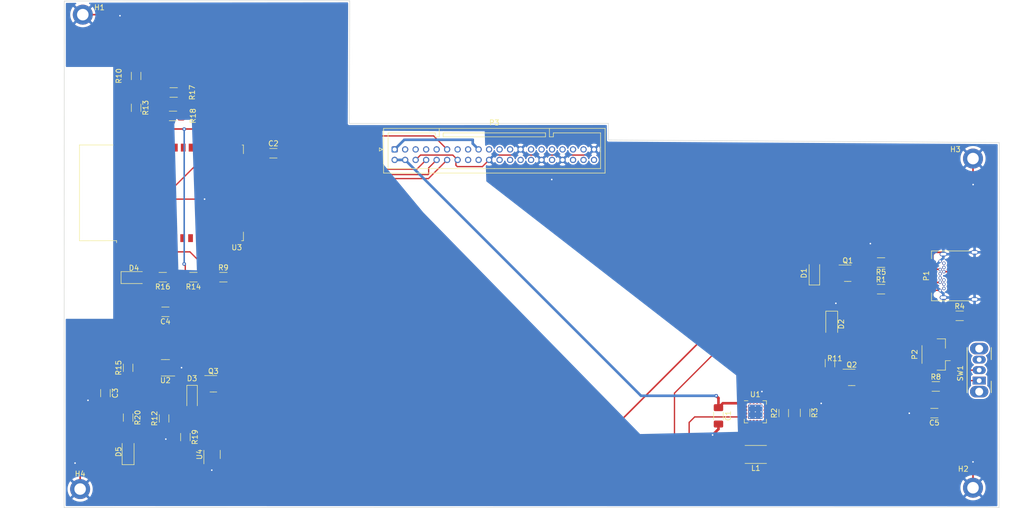
<source format=kicad_pcb>
(kicad_pcb (version 20211014) (generator pcbnew)
  (title_block (title "r00tkit pcb") (date "2023-05-04") (rev "3"))
  (layers (0 "F.Cu" signal) (1 "In1.Cu" power) (2 "In2.Cu" power) (31 "B.Cu" power) (34 "B.Paste" user) (35 "F.Paste" user) (36 "B.SilkS" user "B.Silkscreen") (37 "F.SilkS" user "F.Silkscreen") (38 "B.Mask" user) (39 "F.Mask" user) (44 "Edge.Cuts" user))
  (net 0 "")
  (net 1 "+5V")
  (net 2 "GND")
  (net 3 "+3.3V")
  (net 4 "+BATT")
  (net 5 "/TPS_VIN")
  (net 6 "VBUS")
  (net 7 "Net-(D2-Pad2)")
  (net 8 "/AP_VIN")
  (net 9 "Net-(D4-Pad2)")
  (net 10 "/MCP_STAT")
  (net 11 "Net-(D5-Pad2)")
  (net 12 "Net-(L1-Pad2)")
  (net 13 "Net-(P1-PadA5)")
  (net 15 "Net-(P1-PadB5)")
  (net 17 "Net-(P2-Pad1)")
  (net 18 "/RPI_3V3")
  (net 19 "/RPI_GPIO2")
  (net 20 "/RPI_GPIO3")
  (net 21 "/RPI_GPIO4")
  (net 22 "/RPI_GPIO14")
  (net 24 "/RPI_GPIO15")
  (net 25 "/RPI_GPIO17")
  (net 26 "/RPI_GPIO18")
  (net 27 "/RPI_GPIO27")
  (net 28 "/RPI_GPIO22")
  (net 29 "/RPI_GPIO23")
  (net 30 "/RPI_GPIO24")
  (net 31 "/RPI_GPIO10")
  (net 32 "/RPI_GPIO9")
  (net 33 "/RPI_GPIO25")
  (net 34 "/RPI_GPIO11")
  (net 35 "/RPI_GPIO8")
  (net 36 "/RPI_GPIO7")
  (net 37 "/RPI_GPIO0")
  (net 38 "/RPI_GPIO1")
  (net 39 "/RPI_GPIO5")
  (net 40 "/RPI_GPIO6")
  (net 41 "/RPI_GPIO12")
  (net 42 "/RPI_GPIO13")
  (net 43 "/RPI_GPIO19")
  (net 44 "/RPI_GPIO16")
  (net 45 "/RPI_GPIO26")
  (net 46 "/RPI_GPIO20")
  (net 47 "/RPI_GPIO21")
  (net 48 "Net-(Q2-Pad1)")
  (net 49 "/TPS_LBO")
  (net 50 "/TPS_LBI")
  (net 51 "/ESP32_BOOT")
  (net 52 "/ESP32_RESET")
  (net 53 "Net-(R15-Pad2)")
  (net 54 "/ESP32_RXD0")
  (net 55 "/ESP32_TXD0")
  (net 56 "/MCP_PROG")
  (net 95 "unconnected-(P1-PadB6)")
  (net 97 "unconnected-(U3-Pad22)")
  (footprint "Capacitor_SMD:C_1206_3216Metric_Pad1.33x1.80mm_HandSolder" (layer "F.Cu") (at 233.934 106.426 180)
    (fp_text reference "C5")
    (fp_text value "10u")
  )
  (footprint "Resistor_SMD:R_1206_3216Metric_Pad1.30x1.75mm_HandSolder" (layer "F.Cu") (at 209.296 106.374 -90)
    (fp_text reference "R3")
    (fp_text value "340k")
  )
  (footprint "Resistor_SMD:R_1206_3216Metric_Pad1.30x1.75mm_HandSolder" (layer "F.Cu") (at 88.9508 45.3136)
    (fp_text reference "R17")
    (fp_text value "0")
  )
  (footprint "Resistor_SMD:R_1206_3216Metric_Pad1.30x1.75mm_HandSolder" (layer "F.Cu") (at 80.264 107.2785 -90)
    (fp_text reference "R20")
    (fp_text value "1k")
  )
  (footprint "Resistor_SMD:R_1206_3216Metric_Pad1.30x1.75mm_HandSolder" (layer "F.Cu") (at 92.71 80.518 180)
    (fp_text reference "R14")
    (fp_text value "100k")
  )
  (footprint "Capacitor_SMD:C_1206_3216Metric_Pad1.33x1.80mm_HandSolder" (layer "F.Cu") (at 107.95 56.896)
    (fp_text reference "C2")
    (fp_text value "100n")
  )
  (footprint "Resistor_SMD:R_1206_3216Metric_Pad1.30x1.75mm_HandSolder" (layer "F.Cu") (at 238.76 87.884)
    (fp_text reference "R4")
    (fp_text value "5.1k")
  )
  (footprint "Inductor_SMD:L_2512_6332Metric_Pad1.52x3.35mm_HandSolder" (layer "F.Cu") (at 199.898 114.3 180)
    (fp_text reference "L1")
    (fp_text value "6.8u")
  )
  (footprint "Resistor_SMD:R_1206_3216Metric_Pad1.30x1.75mm_HandSolder" (layer "F.Cu") (at 98.425 80.518)
    (fp_text reference "R9")
    (fp_text value "0")
  )
  (footprint "Resistor_SMD:R_1206_3216Metric_Pad1.30x1.75mm_HandSolder" (layer "F.Cu") (at 214.0435 96.9075 -90)
    (fp_text reference "R11")
    (fp_text value "1k")
  )
  (footprint "Connector_JST:JST_PUD_B40B-PUDSS_2x20_P2.00mm_Vertical" (layer "F.Cu") (at 131.068 56.166)
    (fp_text reference "P3")
    (fp_text value "RPiGPIO")
  )
  (footprint "Diode_SMD:D_SOD-123" (layer "F.Cu") (at 211.074 79.756 90)
    (fp_text reference "D1")
    (fp_text value "MBR0540")
  )
  (footprint "MountingHole:MountingHole_2.2mm_M2_DIN965_Pad" (layer "F.Cu") (at 241.3 120.65)
    (fp_text reference "H2")
    (fp_text value "MountingHole_Pad")
  )
  (footprint "Connector_JST:JST_GH_BM02B-GHS-TBT_1x02-1MP_P1.25mm_Vertical" (layer "F.Cu") (at 234.188 95.25 90)
    (fp_text reference "P2")
    (fp_text value "BattJST")
  )
  (footprint "Resistor_SMD:R_1206_3216Metric_Pad1.30x1.75mm_HandSolder" (layer "F.Cu") (at 223.774 82.804)
    (fp_text reference "R1")
    (fp_text value "100k")
  )
  (footprint "Resistor_SMD:R_1206_3216Metric_Pad1.30x1.75mm_HandSolder" (layer "F.Cu") (at 81.788 42.164 90)
    (fp_text reference "R10")
    (fp_text value "0")
  )
  (footprint "Resistor_SMD:R_1206_3216Metric_Pad1.30x1.75mm_HandSolder" (layer "F.Cu") (at 223.774 77.724 180)
    (fp_text reference "R5")
    (fp_text value "5.1k")
  )
  (footprint "Package_TO_SOT_SMD:SOT-23" (layer "F.Cu") (at 217.424 79.756)
    (fp_text reference "Q1")
    (fp_text value "DMG2301L")
  )
  (footprint "Diode_SMD:D_1206_3216Metric_Pad1.42x1.75mm_HandSolder" (layer "F.Cu") (at 80.264 113.792 90)
    (fp_text reference "D5")
    (fp_text value "ChgStat")
  )
  (footprint "Connector_USB:USB_C_Receptacle_Amphenol_12401548E4-2A" (layer "F.Cu") (at 238.76 80.264 90)
    (fp_text reference "P1")
    (fp_text value "ESP32_USBC2.0")
  )
  (footprint "MountingHole:MountingHole_2.2mm_M2_DIN965_Pad" (layer "F.Cu") (at 71.12 120.904)
    (fp_text reference "H4")
    (fp_text value "MountingHole_Pad")
  )
  (footprint "Resistor_SMD:R_1206_3216Metric_Pad1.30x1.75mm_HandSolder" (layer "F.Cu") (at 81.788 48.234 -90)
    (fp_text reference "R13")
    (fp_text value "100k")
  )
  (footprint "Package_TO_SOT_SMD:SOT-23" (layer "F.Cu") (at 218.186 99.62)
    (fp_text reference "Q2")
    (fp_text value "2N3906")
  )
  (footprint "Resistor_SMD:R_1206_3216Metric_Pad1.30x1.75mm_HandSolder" (layer "F.Cu") (at 80.264 97.79 90)
    (fp_text reference "R15")
    (fp_text value "100k")
  )
  (footprint "Resistor_SMD:R_1206_3216Metric_Pad1.30x1.75mm_HandSolder" (layer "F.Cu") (at 91.186 110.998 -90)
    (fp_text reference "R19")
    (fp_text value "5.1k")
  )
  (footprint "Package_TO_SOT_SMD:SOT-23" (layer "F.Cu") (at 96.52 100.838)
    (fp_text reference "Q3")
    (fp_text value "DMG2301L")
  )
  (footprint "Resistor_SMD:R_1206_3216Metric_Pad1.30x1.75mm_HandSolder" (layer "F.Cu") (at 87.122 107.442 90)
    (fp_text reference "R12")
    (fp_text value "100k")
  )
  (footprint "Package_DFN_QFN:Texas_S-PVQFN-N16_EP2.7x2.7mm_ThermalVias" (layer "F.Cu") (at 199.8195 106.1785)
    (fp_text reference "U1")
    (fp_text value "TPS61092")
  )
  (footprint "Diode_SMD:D_1206_3216Metric_Pad1.42x1.75mm_HandSolder" (layer "F.Cu") (at 81.386 80.594)
    (fp_text reference "D4")
    (fp_text value "Pwr")
  )
  (footprint "Package_TO_SOT_SMD:SOT-23-5" (layer "F.Cu") (at 87.376 97.79 180)
    (fp_text reference "U2")
    (fp_text value "AP2112K-3.3")
  )
  (footprint "Resistor_SMD:R_1206_3216Metric_Pad1.30x1.75mm_HandSolder" (layer "F.Cu") (at 88.8244 49.784)
    (fp_text reference "R18")
    (fp_text value "0")
  )
  (footprint "MountingHole:MountingHole_2.2mm_M2_DIN965_Pad" (layer "F.Cu") (at 71.628 30.48)
    (fp_text reference "H1")
    (fp_text value "MountingHole_Pad")
  )
  (footprint "Diode_SMD:D_SOD-123" (layer "F.Cu") (at 92.456 103.378 -90)
    (fp_text reference "D3")
    (fp_text value "MBR0540")
  )
  (footprint "Capacitor_SMD:C_1206_3216Metric_Pad1.33x1.80mm_HandSolder" (layer "F.Cu") (at 87.376 87.122 180)
    (fp_text reference "C4")
    (fp_text value "100n")
  )
  (footprint "Resistor_SMD:R_1206_3216Metric_Pad1.30x1.75mm_HandSolder" (layer "F.Cu") (at 205.232 106.426 90)
    (fp_text reference "R2")
    (fp_text value "1.87M")
  )
  (footprint "MountingHole:MountingHole_2.2mm_M2_DIN965_Pad" (layer "F.Cu") (at 241.3 57.912)
    (fp_text reference "H3")
    (fp_text value "MountingHole_Pad")
  )
  (footprint "Button_Switch_THT:SW_CuK_OS102011MA1QN1_SPDT_Angled" (layer "F.Cu") (at 242.478 100.233 90)
    (fp_text reference "SW1")
    (fp_text value "BattPwr")
  )
  (footprint "RF_Module:ESP32-S2-WROVER" (layer "F.Cu") (at 90.443 64.449 90)
    (fp_text reference "U3")
    (fp_text value "ESP32-S2-WROVER")
  )
  (footprint "Package_TO_SOT_SMD:SOT-23-5" (layer "F.Cu") (at 96.266 114.3 90)
    (fp_text reference "U4")
    (fp_text value "MCP73831-2-OT")
  )
  (footprint "Capacitor_SMD:C_1206_3216Metric_Pad1.33x1.80mm_HandSolder" (layer "F.Cu") (at 192.786 106.9475 -90)
    (fp_text reference "C1")
    (fp_text value "10u")
  )
  (footprint "Resistor_SMD:R_1206_3216Metric_Pad1.30x1.75mm_HandSolder" (layer "F.Cu") (at 86.868 80.518 180)
    (fp_text reference "R16")
    (fp_text value "1k")
  )
  (footprint "Capacitor_SMD:C_1206_3216Metric_Pad1.33x1.80mm_HandSolder" (layer "F.Cu") (at 75.946 102.616 -90)
    (fp_text reference "C3")
    (fp_text value "10u")
  )
  (footprint "Diode_SMD:D_1206_3216Metric_Pad1.42x1.75mm_HandSolder" (layer "F.Cu") (at 214.376 89.46 -90)
    (fp_text reference "D2")
    (fp_text value "LowBat")
  )
  (footprint "Resistor_SMD:R_1206_3216Metric_Pad1.30x1.75mm_HandSolder" (layer "F.Cu") (at 234.214 101.346)
    (fp_text reference "R8")
    (fp_text value "100k")
  )
  (gr_line (start 71.12 124.4346) (end 243.8654 124.4854) (layer "Edge.Cuts") (width 0.1))
  (gr_line (start 68.072 120.8786) (end 68.0974 27.8892) (layer "Edge.Cuts") (width 0.1))
  (gr_line (start 246.253 124.46) (end 246.3038 54.864) (layer "Edge.Cuts") (width 0.1))
  (gr_line (start 246.3038 54.864) (end 172.0596 54.3814) (layer "Edge.Cuts") (width 0.1))
  (gr_line (start 171.8056 51.2064) (end 122.428 51.2318) (layer "Edge.Cuts") (width 0.1))
  (gr_line (start 122.5042 27.8384) (end 122.428 50.7238) (layer "Edge.Cuts") (width 0.1))
  (gr_line (start 172.0596 54.3814) (end 171.831 54.3814) (layer "Edge.Cuts") (width 0.1))
  (gr_line (start 68.072 120.8786) (end 68.072 124.4346) (layer "Edge.Cuts") (width 0.1))
  (gr_line (start 68.0974 27.8892) (end 122.5042 27.8384) (layer "Edge.Cuts") (width 0.1))
  (gr_line (start 122.428 51.2318) (end 122.428 50.7238) (layer "Edge.Cuts") (width 0.1))
  (gr_line (start 243.8654 124.4854) (end 246.253 124.46) (layer "Edge.Cuts") (width 0.1))
  (gr_line (start 171.831 54.3814) (end 171.8056 51.2064) (layer "Edge.Cuts") (width 0.1))
  (gr_line (start 68.072 124.4346) (end 71.12 124.4346) (layer "Edge.Cuts") (width 0.1))
  (segment (start 192.786 105.385) (end 192.786 103.5558) (width 0.5) (layer "F.Cu") (net 1))
  (segment (start 199.4945 104.216) (end 198.182978 104.216) (width 0.5) (layer "F.Cu") (net 1))
  (segment (start 197.857 104.541978) (end 193.629022 104.541978) (width 0.5) (layer "F.Cu") (net 1))
  (segment (start 198.182978 104.216) (end 197.857 104.541978) (width 0.5) (layer "F.Cu") (net 1))
  (segment (start 197.857 104.541978) (end 197.857 105.2035) (width 0.5) (layer "F.Cu") (net 1))
  (segment (start 193.629022 104.541978) (end 192.786 105.385) (width 0.5) (layer "F.Cu") (net 1))
  (segment (start 192.786 103.5558) (end 192.3542 103.124) (width 0.5) (layer "F.Cu") (net 1))
  (via (at 192.3542 103.124) (size 0.7) (drill 0.3) (layers "F.Cu" "B.Cu") (net 1))
  (segment (start 178.026 103.124) (end 133.068 58.166) (width 0.5) (layer "B.Cu") (net 1))
  (segment (start 131.068 58.166) (end 133.068 58.166) (width 0.5) (layer "B.Cu") (net 1))
  (segment (start 192.3542 103.124) (end 178.026 103.124) (width 0.5) (layer "B.Cu") (net 1))
  (segment (start 192.786 109.474) (end 191.6684 110.5916) (width 0.5) (layer "F.Cu") (net 2))
  (segment (start 78.7146 30.6832) (end 78.5114 30.48) (width 0.3) (layer "F.Cu") (net 2))
  (segment (start 156.143489 57.241489) (end 155.068 56.166) (width 0.25) (layer "F.Cu") (net 2))
  (segment (start 155.068 56.166) (end 153.992511 57.241489) (width 0.25) (layer "F.Cu") (net 2))
  (segment (start 94.648 57.699) (end 86.708 65.639) (width 0.25) (layer "F.Cu") (net 2))
  (segment (start 71.12 120.904) (end 71.12 116.9162) (width 0.3) (layer "F.Cu") (net 2))
  (segment (start 149.992511 57.241489) (end 149.068 58.166) (width 0.25) (layer "F.Cu") (net 2))
  (segment (start 85.8135 86.509) (end 79.8985 80.594) (width 0.5) (layer "F.Cu") (net 2))
  (segment (start 88.5389 97.7646) (end 88.5135 97.79) (width 0.5) (layer "F.Cu") (net 2))
  (segment (start 80.772 65.532) (end 78.486 67.818) (width 0.25) (layer "F.Cu") (net 2))
  (segment (start 106.3875 56.896) (end 105.5845 57.699) (width 0.25) (layer "F.Cu") (net 2))
  (segment (start 94.8382 65.639) (end 94.9506 65.639) (width 0.25) (layer "F.Cu") (net 2))
  (segment (start 87.122 108.992) (end 87.122 111.0488) (width 0.5) (layer "F.Cu") (net 2))
  (segment (start 233.74 83.014) (end 235 83.014) (width 0.25) (layer "F.Cu") (net 2))
  (segment (start 78.5114 30.48) (end 71.628 30.48) (width 0.3) (layer "F.Cu") (net 2))
  (segment (start 163.068 58.166) (end 161.0106 60.2234) (width 0.25) (layer "F.Cu") (net 2))
  (segment (start 236.01 84.754) (end 235.65 84.394) (width 0.25) (layer "F.Cu") (net 2))
  (segment (start 212.3173 106.5035) (end 212.3948 106.426) (width 0.3) (layer "F.Cu") (net 2))
  (segment (start 241.6 86.594) (end 240.31 87.884) (width 0.25) (layer "F.Cu") (net 2))
  (segment (start 192.786 108.51) (end 192.786 109.474) (width 0.5) (layer "F.Cu") (net 2))
  (segment (start 78.668 72.774) (end 78.668 73.074) (width 0.25) (layer "F.Cu") (net 2))
  (segment (start 96.266 117.2464) (end 96.2152 117.2972) (width 0.3) (layer "F.Cu") (net 2))
  (segment (start 75.946 104.1785) (end 72.8095 104.1785) (width 0.5) (layer "F.Cu") (net 2))
  (segment (start 214.376 87.9725) (end 214.376 86.2838) (width 0.5) (layer "F.Cu") (net 2))
  (segment (start 78.486 72.592) (end 78.668 72.774) (width 0.25) (layer "F.Cu") (net 2))
  (segment (start 233.74 77.514) (end 233.67548 77.44948) (width 0.3) (layer "F.Cu") (net 2))
  (segment (start 72.8095 104.1785) (end 72.6186 103.9876) (width 0.5) (layer "F.Cu") (net 2))
  (segment (start 212.3948 104.5972) (end 212.3694 104.5718) (width 0.3) (layer "F.Cu") (net 2))
  (segment (start 159.068 58.166) (end 158.143489 57.241489) (width 0.25) (layer "F.Cu") (net 2))
  (segment (start 241.3 62.8396) (end 241.3254 62.865) (width 0.3) (layer "F.Cu") (net 2))
  (segment (start 78.486 67.818) (end 78.486 72.592) (width 0.25) (layer "F.Cu") (net 2))
  (segment (start 142.748 58.486) (end 143.068 58.166) (width 0.25) (layer "F.Cu") (net 2))
  (segment (start 169.068 56.166) (end 167.992511 57.241489) (width 0.25) (layer "F.Cu") (net 2))
  (segment (start 235.30548 75.78948) (end 235.65 76.134) (width 0.3) (layer "F.Cu") (net 2))
  (segment (start 90.4494 97.7646) (end 88.5389 97.7646) (width 0.5) (layer "F.Cu") (net 2))
  (segment (start 167.992511 57.241489) (end 163.992511 57.241489) (width 0.25) (layer "F.Cu") (net 2))
  (segment (start 212.1172 104.824) (end 212.3694 104.5718) (width 0.5) (layer "F.Cu") (net 2))
  (segment (start 240.31 87.884) (end 240.31 90.4742) (width 0.5) (layer "F.Cu") (net 2))
  (segment (start 198.8445 108.141) (end 194.9715 112.014) (width 0.3) (layer "F.Cu") (net 2))
  (segment (start 76.2893 103.8352) (end 75.946 104.1785) (width 0.5) (layer "F.Cu") (net 2))
  (segment (start 241.3 57.912) (end 241.3 62.8396) (width 0.3) (layer "F.Cu") (net 2))
  (segment (start 78.668 79.3635) (end 79.8985 80.594) (width 0.25) (layer "F.Cu") (net 2))
  (segment (start 201.782 106.5035) (end 212.3173 106.5035) (width 0.3) (layer "F.Cu") (net 2))
  (segment (start 91.186 109.448) (end 89.3832 109.448) (width 0.5) (layer "F.Cu") (net 2))
  (segment (start 78.768 55.824) (end 78.768 63.528) (width 0.25) (layer "F.Cu") (net 2))
  (segment (start 153.992511 57.241489) (end 149.992511 57.241489) (width 0.25) (layer "F.Cu") (net 2))
  (segment (start 235 83.014) (end 235.05 83.064) (width 0.25) (layer "F.Cu") (net 2))
  (segment (start 235.65 83.664) (end 235.05 83.064) (width 0.25) (layer "F.Cu") (net 2))
  (segment (start 163.992511 57.241489) (end 163.068 58.166) (width 0.25) (layer "F.Cu") (net 2))
  (segment (start 214.376 86.2838) (end 215.1634 85.4964) (width 0.5) (layer "F.Cu") (net 2))
  (segment (start 229.1842 106.426) (end 229.1588 106.4514) (width 0.5) (layer "F.Cu") (net 2))
  (segment (start 232.3715 106.426) (end 229.1842 106.426) (width 0.5) (layer "F.Cu") (net 2))
  (segment (start 161.0106 60.2234) (end 161.0106 61.8998) (width 0.25) (layer "F.Cu") (net 2))
  (segment (start 235.65 84.394) (end 235.65 83.664) (width 0.25) (layer "F.Cu") (net 2))
  (segment (start 89.3832 109.448) (end 87.4522 111.379) (width 0.5) (layer "F.Cu") (net 2))
  (segment (start 158.143489 57.241489) (end 156.143489 57.241489) (width 0.25) (layer "F.Cu") (net 2))
  (segment (start 105.5845 57.699) (end 101.918 57.699) (width 0.25) (layer "F.Cu") (net 2))
  (segment (start 191.4652 110.7948) (end 191.6684 110.5916) (width 0.3) (layer "F.Cu") (net 2))
  (segment (start 80.772 65.532) (end 80.879 65.639) (width 0.25) (layer "F.Cu") (net 2))
  (segment (start 163.068 58.166) (end 162.143489 57.241489) (width 0.25) (layer "F.Cu") (net 2))
  (segment (start 71.12 116.9162) (end 70.1548 115.951) (width 0.3) (layer "F.Cu") (net 2))
  (segment (start 142.748 59.182) (end 142.748 58.486) (width 0.25) (layer "F.Cu") (net 2))
  (segment (start 147.798 59.436) (end 143.002 59.436) (width 0.25) (layer "F.Cu") (net 2))
  (segment (start 222.224 74.5992) (end 221.742 74.1172) (width 0.5) (layer "F.Cu") (net 2))
  (segment (start 149.068 58.166) (end 147.798 59.436) (width 0.25) (layer "F.Cu") (net 2))
  (segment (start 78.668 73.074) (end 78.668 79.3635) (width 0.25) (layer "F.Cu") (net 2))
  (segment (start 240.31 90.4742) (end 236.1592 94.625) (width 0.5) (layer "F.Cu") (net 2))
  (segment (start 85.8135 87.122) (end 85.8135 86.509) (width 0.5) (layer "F.Cu") (net 2))
  (segment (start 241.6 84.754) (end 241.6 86.594) (width 0.25) (layer "F.Cu") (net 2))
  (segment (start 214.376 87.9725) (end 217.0555 87.9725) (width 0.5) (layer "F.Cu") (net 2))
  (segment (start 212.3948 106.426) (end 212.3948 104.5972) (width 0.3) (layer "F.Cu") (net 2))
  (segment (start 101.918 57.699) (end 94.648 57.699) (width 0.25) (layer "F.Cu") (net 2))
  (segment (start 200.1445 108.141) (end 198.8445 108.141) (width 0.3) (layer "F.Cu") (net 2))
  (segment (start 241.3 120.65) (end 241.3 115.7224) (width 0.3) (layer "F.Cu") (net 2))
  (segment (start 135.992511 57.241489) (end 135.068 58.166) (width 0.25) (layer "F.Cu") (net 2))
  (segment (start 222.224 77.724) (end 222.224 74.5992) (width 0.5) (layer "F.Cu") (net 2))
  (segment (start 94.9506 65.639) (end 94.996 65.6844) (width 0.25) (layer "F.Cu") (net 2))
  (segment (start 78.768 63.528) (end 80.772 65.532) (width 0.25) (layer "F.Cu") (net 2))
  (segment (start 191.4652 112.014) (end 191.4652 110.7948) (width 0.3) (layer "F.Cu") (net 2))
  (segment (start 80.879 65.639) (end 86.708 65.639) (width 0.25) (layer "F.Cu") (net 2))
  (segment (start 217.0555 87.9725) (end 222.224 82.804) (width 0.5) (layer "F.Cu") (net 2))
  (segment (start 162.143489 57.241489) (end 159.992511 57.241489) (width 0.25) (layer "F.Cu") (net 2))
  (segment (start 233.67548 77.44948) (end 233.67548 76.213894) (width 0.3) (layer "F.Cu") (net 2))
  (segment (start 209.296 104.824) (end 212.1172 104.824) (width 0.5) (layer "F.Cu") (net 2))
  (segment (start 234.099894 75.78948) (end 235.30548 75.78948) (width 0.3) (layer "F.Cu") (net 2))
  (segment (start 233.67548 76.213894) (end 234.099894 75.78948) (width 0.3) (layer "F.Cu") (net 2))
  (segment (start 86.708 65.639) (end 94.8382 65.639) (width 0.25) (layer "F.Cu") (net 2))
  (segment (start 142.143489 57.241489) (end 135.992511 57.241489) (width 0.25) (layer "F.Cu") (net 2))
  (segment (start 201.0664 103.9441) (end 200.7945 104.216) (width 0.3) (layer "F.Cu") (net 2))
  (segment (start 222.224 77.724) (end 222.224 82.804) (width 0.5) (layer "F.Cu") (net 2))
  (segment (start 236.1592 94.625) (end 236.138 94.625) (width 0.5) (layer "F.Cu") (net 2))
  (segment (start 241.6 84.754) (end 241.6 84.6534) (width 0.25) (layer "F.Cu") (net 2))
  (segment (start 159.992511 57.241489) (end 159.068 58.166) (width 0.25) (layer "F.Cu") (net 2))
  (segment (start 201.0664 102.3112) (end 201.0664 103.9441) (width 0.3) (layer "F.Cu") (net 2))
  (segment (start 96.266 115.4375) (end 96.266 117.2464) (width 0.3) (layer "F.Cu") (net 2))
  (segment (start 87.122 111.0488) (end 87.4522 111.379) (width 0.5) (layer "F.Cu") (net 2))
  (segment (start 143.068 58.166) (end 142.143489 57.241489) (width 0.25) (layer "F.Cu") (net 2))
  (segment (start 143.002 59.436) (end 142.748 59.182) (width 0.25) (layer "F.Cu") (net 2))
  (segment (start 194.9715 112.014) (end 191.4652 112.014) (width 0.3) (layer "F.Cu") (net 2))
  (via (at 241.3254 62.865) (size 0.7) (drill 0.3) (layers "F.Cu" "B.Cu") (net 2))
  (via (at 161.0106 61.8998) (size 0.7) (drill 0.3) (layers "F.Cu" "B.Cu") (net 2))
  (via (at 70.1548 115.951) (size 0.7) (drill 0.3) (layers "F.Cu" "B.Cu") (net 2))
  (via (at 72.6186 103.9876) (size 0.7) (drill 0.3) (layers "F.Cu" "B.Cu") (net 2))
  (via (at 201.0664 102.3112) (size 0.7) (drill 0.3) (layers "F.Cu" "B.Cu") (net 2))
  (via (at 241.3 115.7224) (size 0.7) (drill 0.3) (layers "F.Cu" "B.Cu") (net 2))
  (via (at 221.742 74.1172) (size 0.7) (drill 0.3) (layers "F.Cu" "B.Cu") (net 2))
  (via (at 87.4522 111.379) (size 0.7) (drill 0.3) (layers "F.Cu" "B.Cu") (net 2))
  (via (at 191.6684 110.5916) (size 0.7) (drill 0.3) (layers "F.Cu" "B.Cu") (net 2))
  (via (at 212.3694 104.5718) (size 0.7) (drill 0.3) (layers "F.Cu" "B.Cu") (net 2))
  (via (at 94.8382 65.639) (size 0.7) (drill 0.3) (layers "F.Cu" "B.Cu") (net 2))
  (via (at 78.7146 30.6832) (size 0.7) (drill 0.3) (layers "F.Cu" "B.Cu") (net 2))
  (via (at 215.1634 85.4964) (size 0.7) (drill 0.3) (layers "F.Cu" "B.Cu") (net 2))
  (via (at 229.1588 106.4514) (size 0.7) (drill 0.3) (layers "F.Cu" "B.Cu") (net 2))
  (via (at 96.2152 117.2972) (size 0.7) (drill 0.3) (layers "F.Cu" "B.Cu") (net 2))
  (via (at 90.4494 97.7646) (size 0.7) (drill 0.3) (layers "F.Cu" "B.Cu") (net 2))
  (segment (start 88.7857 52.2605) (end 88.6714 52.1462) (width 0.3) (layer "F.Cu") (net 3))
  (segment (start 88.9385 87.122) (end 88.9385 81.0385) (width 0.5) (layer "F.Cu") (net 3))
  (segment (start 80.168 76.6628) (end 80.168 73.074) (width 0.25) (layer "F.Cu") (net 3))
  (segment (start 76.327 97.7646) (end 76.327 96.012) (width 0.5) (layer "F.Cu") (net 3))
  (segment (start 88.418 80.518) (end 85.2938 77.3938) (width 0.25) (layer "F.Cu") (net 3))
  (segment (start 88.7984 52.2732) (end 88.7857 52.2605) (width 0.3) (layer "F.Cu") (net 3))
  (segment (start 85.4456 42.5958) (end 83.9978 44.0436) (width 0.3) (layer "F.Cu") (net 3))
  (segment (start 88.4936 42.5958) (end 85.4456 42.5958) (width 0.3) (layer "F.Cu") (net 3))
  (segment (start 88.7222 89.9922) (end 88.9385 89.7759) (width 0.5) (layer "F.Cu") (net 3))
  (segment (start 88.9385 89.7759) (end 88.9385 87.122) (width 0.5) (layer "F.Cu") (net 3))
  (segment (start 91.16 80.518) (end 91.16 78.206) (width 0.25) (layer "F.Cu") (net 3))
  (segment (start 83.8708 49.784) (end 81.788 49.784) (width 0.3) (layer "F.Cu") (net 3))
  (segment (start 75.946 98.1456) (end 76.327 97.7646) (width 0.5) (layer "F.Cu") (net 3))
  (segment (start 85.2938 77.3938) (end 80.899 77.3938) (width 0.25) (layer "F.Cu") (net 3))
  (segment (start 91.16 78.206) (end 90.9574 78.0034) (width 0.25) (layer "F.Cu") (net 3))
  (segment (start 104.8897 52.2732) (end 88.7984 52.2732) (width 0.3) (layer "F.Cu") (net 3))
  (segment (start 83.9978 44.0436) (end 83.9978 49.657) (width 0.3) (layer "F.Cu") (net 3))
  (segment (start 75.946 101.0535) (end 75.946 98.1456) (width 0.5) (layer "F.Cu") (net 3))
  (segment (start 76.327 96.012) (end 82.3468 89.9922) (width 0.5) (layer "F.Cu") (net 3))
  (segment (start 80.899 77.3938) (end 80.168 76.6628) (width 0.25) (layer "F.Cu") (net 3))
  (segment (start 83.9978 49.657) (end 83.8708 49.784) (width 0.3) (layer "F.Cu") (net 3))
  (segment (start 88.6714 52.1462) (end 88.6714 42.7736) (width 0.3) (layer "F.Cu") (net 3))
  (segment (start 86.2385 98.74) (end 85.2631 97.7646) (width 0.5) (layer "F.Cu") (net 3))
  (segment (start 88.6714 42.7736) (end 88.4936 42.5958) (width 0.3) (layer "F.Cu") (net 3))
  (segment (start 85.2631 97.7646) (end 76.327 97.7646) (width 0.5) (layer "F.Cu") (net 3))
  (segment (start 91.16 80.518) (end 88.418 80.518) (width 0.25) (layer "F.Cu") (net 3))
  (segment (start 109.5125 56.896) (end 104.8897 52.2732) (width 0.3) (layer "F.Cu") (net 3))
  (segment (start 82.3468 89.9922) (end 88.7222 89.9922) (width 0.5) (layer "F.Cu") (net 3))
  (segment (start 88.9385 81.0385) (end 88.418 80.518) (width 0.5) (layer "F.Cu") (net 3))
  (via (at 90.9574 52.2986) (size 0.7) (drill 0.3) (layers "F.Cu" "B.Cu") (net 3))
  (via (at 90.9574 78.0034) (size 0.7) (drill 0.3) (layers "F.Cu" "B.Cu") (net 3))
  (segment (start 90.9574 78.0034) (end 90.9574 52.2986) (width 0.3) (layer "B.Cu") (net 3))
  (segment (start 211.9376 85.2678) (end 214.1728 83.0326) (width 0.25) (layer "F.Cu") (net 4))
  (segment (start 79.9084 103.3018) (end 99.7458 103.3018) (width 0.25) (layer "F.Cu") (net 4))
  (segment (start 218.6178 80.0123) (end 218.3615 79.756) (width 0.25) (layer "F.Cu") (net 4))
  (segment (start 218.6178 82.1944) (end 218.6178 80.0123) (width 0.25) (layer "F.Cu") (net 4))
  (segment (start 100.711 104.267) (end 100.711 104.0915) (width 0.5) (layer "F.Cu") (net 4))
  (segment (start 234.038 99.62) (end 219.1235 99.62) (width 0.25) (layer "F.Cu") (net 4))
  (segment (start 219.1235 92.5553) (end 215.9762 89.408) (width 0.25) (layer "F.Cu") (net 4))
  (segment (start 217.7796 83.0326) (end 218.6178 82.1944) (width 0.25) (layer "F.Cu") (net 4))
  (segment (start 72.2376 117.3988) (end 72.2376 110.9726) (width 0.25) (layer "F.Cu") (net 4))
  (segment (start 98.5321 115.4375) (end 100.711 113.2586) (width 0.5) (layer "F.Cu") (net 4))
  (segment (start 228.3714 122.7074) (end 77.5462 122.7074) (width 0.25) (layer "F.Cu") (net 4))
  (segment (start 235.764 101.346) (end 235.764 106.1585) (width 0.25) (layer "F.Cu") (net 4))
  (segment (start 97.216 115.4375) (end 98.5321 115.4375) (width 0.5) (layer "F.Cu") (net 4))
  (segment (start 215.9762 89.408) (end 211.9376 89.408) (width 0.25) (layer "F.Cu") (net 4))
  (segment (start 219.1235 99.62) (end 219.1235 92.5553) (width 0.25) (layer "F.Cu") (net 4))
  (segment (start 235.4965 106.426) (end 235.4965 115.5823) (width 0.25) (layer "F.Cu") (net 4))
  (segment (start 235.764 101.346) (end 234.038 99.62) (width 0.25) (layer "F.Cu") (net 4))
  (segment (start 100.711 113.2586) (end 100.711 104.267) (width 0.5) (layer "F.Cu") (net 4))
  (segment (start 211.9376 89.408) (end 211.9376 85.2678) (width 0.25) (layer "F.Cu") (net 4))
  (segment (start 72.2376 110.9726) (end 79.9084 103.3018) (width 0.25) (layer "F.Cu") (net 4))
  (segment (start 99.7458 103.3018) (end 100.711 104.267) (width 0.25) (layer "F.Cu") (net 4))
  (segment (start 235.764 101.346) (end 236.877 100.233) (width 0.25) (layer "F.Cu") (net 4))
  (segment (start 214.1728 83.0326) (end 217.7796 83.0326) (width 0.25) (layer "F.Cu") (net 4))
  (segment (start 236.877 100.233) (end 242.478 100.233) (width 0.25) (layer "F.Cu") (net 4))
  (segment (start 77.5462 122.7074) (end 72.2376 117.3988) (width 0.25) (layer "F.Cu") (net 4))
  (segment (start 235.764 106.1585) (end 235.4965 106.426) (width 0.25) (layer "F.Cu") (net 4))
  (segment (start 100.711 104.0915) (end 97.4575 100.838) (width 0.5) (layer "F.Cu") (net 4))
  (segment (start 235.4965 115.5823) (end 228.3714 122.7074) (width 0.25) (layer "F.Cu") (net 4))
  (segment (start 202.8855 120.2025) (end 202.8855 114.3) (width 0.25) (layer "F.Cu") (net 5))
  (segment (start 205.232 104.4702) (end 205.232 104.876) (width 0.25) (layer "F.Cu") (net 5))
  (segment (start 205.232 104.876) (end 203.988 104.876) (width 0.25) (layer "F.Cu") (net 5))
  (segment (start 207.4926 102.2096) (end 205.232 104.4702) (width 0.25) (layer "F.Cu") (net 5))
  (segment (start 205.614 81.406) (end 184.404 102.616) (width 0.25) (layer "F.Cu") (net 5))
  (segment (start 200.7945 108.8465) (end 202.8855 110.9375) (width 0.25) (layer "F.Cu") (net 5))
  (segment (start 184.404 102.616) (end 184.404 117.856) (width 0.25) (layer "F.Cu") (net 5))
  (segment (start 216.4865 80.706) (end 215.7865 81.406) (width 0.25) (layer "F.Cu") (net 5))
  (segment (start 203.988 104.876) (end 202.946 105.918) (width 0.25) (layer "F.Cu") (net 5))
  (segment (start 202.8855 114.3) (end 209.804 114.3) (width 0.25) (layer "F.Cu") (net 5))
  (segment (start 215.7865 81.406) (end 211.074 81.406) (width 0.25) (layer "F.Cu") (net 5))
  (segment (start 212.0138 102.2096) (end 207.4926 102.2096) (width 0.25) (layer "F.Cu") (net 5))
  (segment (start 187.198 120.65) (end 202.438 120.65) (width 0.25) (layer "F.Cu") (net 5))
  (segment (start 200.7945 108.141) (end 200.7945 108.8465) (width 0.25) (layer "F.Cu") (net 5))
  (segment (start 201.8465 105.918) (end 201.782 105.8535) (width 0.25) (layer "F.Cu") (net 5))
  (segment (start 205.232 104.876) (end 205.004 104.648) (width 0.25) (layer "F.Cu") (net 5))
  (segment (start 211.074 81.406) (end 205.614 81.406) (width 0.25) (layer "F.Cu") (net 5))
  (segment (start 214.63 104.8258) (end 212.0138 102.2096) (width 0.25) (layer "F.Cu") (net 5))
  (segment (start 184.404 117.856) (end 187.198 120.65) (width 0.25) (layer "F.Cu") (net 5))
  (segment (start 209.804 114.3) (end 214.63 109.474) (width 0.25) (layer "F.Cu") (net 5))
  (segment (start 202.946 105.918) (end 201.8465 105.918) (width 0.25) (layer "F.Cu") (net 5))
  (segment (start 202.438 120.65) (end 202.8855 120.2025) (width 0.25) (layer "F.Cu") (net 5))
  (segment (start 202.8855 110.9375) (end 202.8855 114.3) (width 0.25) (layer "F.Cu") (net 5))
  (segment (start 214.63 109.474) (end 214.63 104.8258) (width 0.25) (layer "F.Cu") (net 5))
  (segment (start 226.614489 81.513511) (end 225.324 82.804) (width 0.3) (layer "F.Cu") (net 6))
  (segment (start 230.154311 81.513511) (end 230.154311 83.240711) (width 0.3) (layer "F.Cu") (net 6))
  (segment (start 103.0478 118.7196) (end 112.8903 108.8771) (width 0.5) (layer "F.Cu") (net 6))
  (segment (start 230.154311 83.240711) (end 233.045 86.1314) (width 0.3) (layer "F.Cu") (net 6))
  (segment (start 229.2658 79.014) (end 228.9048 79.375) (width 0.3) (layer "F.Cu") (net 6))
  (segment (start 112.8903 108.8771) (end 112.8903 108.6485) (width 0.5) (layer "F.Cu") (net 6))
  (segment (start 223.8756 79.375) (end 223.6724 79.1718) (width 0.3) (layer "F.Cu") (net 6))
  (segment (start 87.122 105.892) (end 80.4275 105.892) (width 0.5) (layer "F.Cu") (net 6))
  (segment (start 203.9102 78.106) (end 173.228 108.7882) (width 0.3) (layer "F.Cu") (net 6))
  (segment (start 236.2708 86.1314) (end 243.8146 78.5876) (width 0.3) (layer "F.Cu") (net 6))
  (segment (start 80.4275 105.892) (end 80.264 105.7285) (width 0.5) (layer "F.Cu") (net 6))
  (segment (start 74.9046 118.364) (end 75.2602 118.7196) (width 0.5) (layer "F.Cu") (net 6))
  (segment (start 243.8146 78.5876) (end 243.8146 72.9234) (width 0.3) (layer "F.Cu") (net 6))
  (segment (start 215.7865 78.106) (end 211.074 78.106) (width 0.3) (layer "F.Cu") (net 6))
  (segment (start 98.8568 94.615) (end 96.8502 94.615) (width 0.3) (layer "F.Cu") (net 6))
  (segment (start 97.216 113.1625) (end 92.456 108.4025) (width 0.5) (layer "F.Cu") (net 6))
  (segment (start 230.154311 81.513511) (end 226.614489 81.513511) (width 0.3) (layer "F.Cu") (net 6))
  (segment (start 216.4865 78.806) (end 215.7865 78.106) (width 0.3) (layer "F.Cu") (net 6))
  (segment (start 217.0938 72.4916) (end 216.4865 73.0989) (width 0.3) (layer "F.Cu") (net 6))
  (segment (start 235.05 81.464) (end 235.000489 81.513511) (width 0.3) (layer "F.Cu") (net 6))
  (segment (start 173.228 108.7882) (end 113.03 108.7882) (width 0.3) (layer "F.Cu") (net 6))
  (segment (start 75.2602 118.7196) (end 103.0478 118.7196) (width 0.5) (layer "F.Cu") (net 6))
  (segment (start 243.8146 72.9234) (end 243.3828 72.4916) (width 0.3) (layer "F.Cu") (net 6))
  (segment (start 92.456 105.028) (end 87.986 105.028) (width 0.5) (layer "F.Cu") (net 6))
  (segment (start 243.3828 72.4916) (end 223.6724 72.4916) (width 0.3) (layer "F.Cu") (net 6))
  (segment (start 233.74 79.014) (end 235 79.014) (width 0.3) (layer "F.Cu") (net 6))
  (segment (start 80.264 105.7285) (end 74.9046 111.0879) (width 0.5) (layer "F.Cu") (net 6))
  (segment (start 211.074 78.106) (end 203.9102 78.106) (width 0.3) (layer "F.Cu") (net 6))
  (segment (start 216.4865 73.0989) (end 216.4865 78.806) (width 0.3) (layer "F.Cu") (net 6))
  (segment (start 235.000489 81.513511) (end 230.154311 81.513511) (width 0.3) (layer "F.Cu") (net 6))
  (segment (start 223.6724 79.1718) (end 223.6724 72.4916) (width 0.3) (layer "F.Cu") (net 6))
  (segment (start 235 79.014) (end 235.05 79.064) (width 0.3) (layer "F.Cu") (net 6))
  (segment (start 228.9048 79.375) (end 223.8756 79.375) (width 0.3) (layer "F.Cu") (net 6))
  (segment (start 74.9046 111.0879) (end 74.9046 118.364) (width 0.5) (layer "F.Cu") (net 6))
  (segment (start 233.045 86.1314) (end 236.2708 86.1314) (width 0.3) (layer "F.Cu") (net 6))
  (segment (start 113.03 108.7882) (end 112.8903 108.6485) (width 0.3) (layer "F.Cu") (net 6))
  (segment (start 223.6724 72.4916) (end 217.0938 72.4916) (width 0.3) (layer "F.Cu") (net 6))
  (segment (start 96.8502 94.615) (end 94.4372 97.028) (width 0.3) (layer "F.Cu") (net 6))
  (segment (start 94.4372 98.3996) (end 95.5825 99.5449) (width 0.3) (layer "F.Cu") (net 6))
  (segment (start 233.74 79.014) (end 229.2658 79.014) (width 0.3) (layer "F.Cu") (net 6))
  (segment (start 95.5825 99.5449) (end 95.5825 99.888) (width 0.3) (layer "F.Cu") (net 6))
  (segment (start 112.8903 108.6485) (end 98.8568 94.615) (width 0.3) (layer "F.Cu") (net 6))
  (segment (start 92.456 108.4025) (end 92.456 105.028) (width 0.5) (layer "F.Cu") (net 6))
  (segment (start 87.986 105.028) (end 87.122 105.892) (width 0.5) (layer "F.Cu") (net 6))
  (segment (start 94.4372 97.028) (end 94.4372 98.3996) (width 0.3) (layer "F.Cu") (net 6))
  (segment (start 214.376 95.025) (end 214.0435 95.3575) (width 0.25) (layer "F.Cu") (net 7))
  (segment (start 214.376 90.9475) (end 214.376 95.025) (width 0.25) (layer "F.Cu") (net 7))
  (segment (start 88.5135 100.9705) (end 88.138 101.346) (width 0.25) (layer "F.Cu") (net 8))
  (segment (start 91.5015 101.728) (end 92.456 101.728) (width 0.25) (layer "F.Cu") (net 8))
  (segment (start 88.138 101.346) (end 80.264 101.346) (width 0.25) (layer "F.Cu") (net 8))
  (segment (start 88.5135 98.74) (end 91.5015 101.728) (width 0.25) (layer "F.Cu") (net 8))
  (segment (start 92.772 101.788) (end 95.5825 101.788) (width 0.25) (layer "F.Cu") (net 8))
  (segment (start 88.5135 98.74) (end 88.5135 100.9705) (width 0.25) (layer "F.Cu") (net 8))
  (segment (start 80.264 101.346) (end 80.264 99.34) (width 0.25) (layer "F.Cu") (net 8))
  (segment (start 82.8735 80.594) (end 85.242 80.594) (width 0.25) (layer "F.Cu") (net 9))
  (segment (start 85.242 80.594) (end 85.318 80.518) (width 0.25) (layer "F.Cu") (net 9))
  (segment (start 79.6345 115.909) (end 80.264 115.2795) (width 0.25) (layer "F.Cu") (net 10))
  (segment (start 95.316 115.4375) (end 80.603 115.4375) (width 0.25) (layer "F.Cu") (net 10))
  (segment (start 80.264 112.3045) (end 80.264 108.8285) (width 0.25) (layer "F.Cu") (net 11))
  (segment (start 189.992 114.3) (end 187.198 111.506) (width 0.25) (layer "F.Cu") (net 12))
  (segment (start 197.857 107.1535) (end 197.857 106.5035) (width 0.25) (layer "F.Cu") (net 12))
  (segment (start 188.2485 107.1535) (end 197.857 107.1535) (width 0.25) (layer "F.Cu") (net 12))
  (segment (start 187.198 108.204) (end 188.2485 107.1535) (width 0.25) (layer "F.Cu") (net 12))
  (segment (start 187.198 111.506) (end 187.198 108.204) (width 0.25) (layer "F.Cu") (net 12))
  (segment (start 196.9105 114.3) (end 189.992 114.3) (width 0.25) (layer "F.Cu") (net 12))
  (segment (start 223.647 85.2678) (end 223.647 81.28) (width 0.3) (layer "F.Cu") (net 13))
  (segment (start 231.864111 81.013511) (end 233.7054 81.013511) (width 0.3) (layer "F.Cu") (net 13))
  (segment (start 237.21 87.884) (end 226.2632 87.884) (width 0.3) (layer "F.Cu") (net 13))
  (segment (start 231.0638 80.2132) (end 231.864111 81.013511) (width 0.3) (layer "F.Cu") (net 13))
  (segment (start 223.647 81.28) (end 224.7138 80.2132) (width 0.3) (layer "F.Cu") (net 13))
  (segment (start 224.7138 80.2132) (end 231.0638 80.2132) (width 0.3) (layer "F.Cu") (net 13))
  (segment (start 226.2632 87.884) (end 223.647 85.2678) (width 0.3) (layer "F.Cu") (net 13))
  (segment (start 243.078 76.073) (end 243.078 75.2094) (width 0.3) (layer "F.Cu") (net 15))
  (segment (start 229.007 74.041) (end 225.324 77.724) (width 0.3) (layer "F.Cu") (net 15))
  (segment (start 241.9096 74.041) (end 229.007 74.041) (width 0.3) (layer "F.Cu") (net 15))
  (segment (start 239.687 79.464) (end 243.078 76.073) (width 0.3) (layer "F.Cu") (net 15))
  (segment (start 243.078 75.2094) (end 241.9096 74.041) (width 0.3) (layer "F.Cu") (net 15))
  (segment (start 235.75 79.464) (end 239.687 79.464) (width 0.3) (layer "F.Cu") (net 15))
  (segment (start 239.965 98.233) (end 237.607 95.875) (width 0.25) (layer "F.Cu") (net 17))
  (segment (start 242.478 98.233) (end 239.965 98.233) (width 0.25) (layer "F.Cu") (net 17))
  (segment (start 237.607 95.875) (end 236.138 95.875) (width 0.25) (layer "F.Cu") (net 17))
  (segment (start 145.9484 55.0464) (end 147.068 56.166) (width 0.5) (layer "B.Cu") (net 18))
  (segment (start 132.9034 54.3306) (end 145.9484 54.3306) (width 0.5) (layer "B.Cu") (net 18))
  (segment (start 131.068 56.166) (end 132.9034 54.3306) (width 0.5) (layer "B.Cu") (net 18))
  (segment (start 145.9484 54.3306) (end 145.9484 55.0464) (width 0.5) (layer "B.Cu") (net 18))
  (segment (start 90.5008 45.3136) (end 95.0728 40.7416) (width 0.3) (layer "F.Cu") (net 22))
  (segment (start 135.29 59.944) (end 117.602 59.944) (width 0.25) (layer "F.Cu") (net 22))
  (segment (start 100.33 40.7416) (end 117.602 58.0136) (width 0.3) (layer "F.Cu") (net 22))
  (segment (start 117.602 58.0136) (end 117.602 59.944) (width 0.3) (layer "F.Cu") (net 22))
  (segment (start 137.068 58.166) (end 135.29 59.944) (width 0.25) (layer "F.Cu") (net 22))
  (segment (start 95.0728 40.7416) (end 100.33 40.7416) (width 0.3) (layer "F.Cu") (net 22))
  (segment (start 137.544 59.69) (end 137.544 60.83) (width 0.25) (layer "F.Cu") (net 24))
  (segment (start 137.414 60.96) (end 116.586 60.96) (width 0.25) (layer "F.Cu") (net 24))
  (segment (start 137.544 60.83) (end 137.414 60.96) (width 0.25) (layer "F.Cu") (net 24))
  (segment (start 102.02372 45.1612) (end 116.586 59.72348) (width 0.3) (layer "F.Cu") (net 24))
  (segment (start 116.586 59.72348) (end 116.586 60.96) (width 0.3) (layer "F.Cu") (net 24))
  (segment (start 90.3744 49.784) (end 91.567 49.784) (width 0.3) (layer "F.Cu") (net 24))
  (segment (start 139.068 58.166) (end 137.544 59.69) (width 0.25) (layer "F.Cu") (net 24))
  (segment (start 96.1898 45.1612) (end 102.02372 45.1612) (width 0.3) (layer "F.Cu") (net 24))
  (segment (start 91.567 49.784) (end 96.1898 45.1612) (width 0.3) (layer "F.Cu") (net 24))
  (segment (start 138.496 53.594) (end 114.808 53.594) (width 0.25) (layer "F.Cu") (net 25))
  (segment (start 114.808 53.594) (end 97.536 36.322) (width 0.25) (layer "F.Cu") (net 25))
  (segment (start 86.08 36.322) (end 81.788 40.614) (width 0.25) (layer "F.Cu") (net 25))
  (segment (start 141.068 56.166) (end 138.496 53.594) (width 0.25) (layer "F.Cu") (net 25))
  (segment (start 97.536 36.322) (end 86.08 36.322) (width 0.25) (layer "F.Cu") (net 25))
  (segment (start 107.95 59.69) (end 107.95 80.518) (width 0.25) (layer "F.Cu") (net 26))
  (segment (start 107.95 80.518) (end 99.975 80.518) (width 0.25) (layer "F.Cu") (net 26))
  (segment (start 141.068 58.166) (end 137.512 61.722) (width 0.25) (layer "F.Cu") (net 26))
  (segment (start 137.512 61.722) (end 113.284 61.722) (width 0.25) (layer "F.Cu") (net 26))
  (segment (start 111.252 59.69) (end 107.95 59.69) (width 0.25) (layer "F.Cu") (net 26))
  (segment (start 113.284 61.722) (end 111.252 59.69) (width 0.25) (layer "F.Cu") (net 26))
  (segment (start 214.256 98.67) (end 214.0435 98.4575) (width 0.25) (layer "F.Cu") (net 48))
  (segment (start 217.2485 98.67) (end 214.256 98.67) (width 0.25) (layer "F.Cu") (net 48))
  (segment (start 217.2485 100.57) (end 207.024 100.57) (width 0.25) (layer "F.Cu") (net 49))
  (segment (start 217.424 102.87) (end 231.14 102.87) (width 0.25) (layer "F.Cu") (net 49))
  (segment (start 231.14 102.87) (end 232.664 101.346) (width 0.25) (layer "F.Cu") (net 49))
  (segment (start 217.2485 102.6945) (end 217.424 102.87) (width 0.25) (layer "F.Cu") (net 49))
  (segment (start 207.024 100.57) (end 202.3905 105.2035) (width 0.25) (layer "F.Cu") (net 49))
  (segment (start 202.3905 105.2035) (end 201.782 105.2035) (width 0.25) (layer "F.Cu") (net 49))
  (segment (start 217.2485 100.57) (end 217.2485 102.6945) (width 0.25) (layer "F.Cu") (net 49))
  (segment (start 205.232 107.976) (end 203.48 107.976) (width 0.25) (layer "F.Cu") (net 50))
  (segment (start 203.48 107.976) (end 202.6575 107.1535) (width 0.25) (layer "F.Cu") (net 50))
  (segment (start 205.284 107.924) (end 205.232 107.976) (width 0.25) (layer "F.Cu") (net 50))
  (segment (start 202.6575 107.1535) (end 201.782 107.1535) (width 0.25) (layer "F.Cu") (net 50))
  (segment (start 209.296 107.924) (end 205.284 107.924) (width 0.25) (layer "F.Cu") (net 50))
  (segment (start 96.875 80.518) (end 92.049 75.692) (width 0.25) (layer "F.Cu") (net 51))
  (segment (start 82.296 75.692) (end 81.668 75.064) (width 0.25) (layer "F.Cu") (net 51))
  (segment (start 94.26 80.518) (end 96.875 80.518) (width 0.3) (layer "F.Cu") (net 51))
  (segment (start 92.049 75.692) (end 82.296 75.692) (width 0.25) (layer "F.Cu") (net 51))
  (segment (start 81.668 75.064) (end 81.668 73.074) (width 0.25) (layer "F.Cu") (net 51))
  (segment (start 80.168 54.006) (end 80.168 55.824) (width 0.25) (layer "F.Cu") (net 52))
  (segment (start 78.486 47.016) (end 78.486 52.324) (width 0.25) (layer "F.Cu") (net 52))
  (segment (start 78.486 52.324) (end 80.168 54.006) (width 0.25) (layer "F.Cu") (net 52))
  (segment (start 81.788 43.714) (end 78.486 47.016) (width 0.25) (layer "F.Cu") (net 52))
  (segment (start 81.788 46.684) (end 81.788 43.714) (width 0.25) (layer "F.Cu") (net 52))
  (segment (start 87.884 96.2105) (end 87.884 94.742) (width 0.25) (layer "F.Cu") (net 53))
  (segment (start 87.884 94.742) (end 81.762 94.742) (width 0.25) (layer "F.Cu") (net 53))
  (segment (start 88.5135 96.84) (end 87.884 96.2105) (width 0.25) (layer "F.Cu") (net 53))
  (segment (start 81.762 94.742) (end 80.264 96.24) (width 0.25) (layer "F.Cu") (net 53))
  (segment (start 84.768 55.2368) (end 84.7852 55.2196) (width 0.3) (layer "F.Cu") (net 54))
  (segment (start 84.768 53.8652) (end 85.6488 52.9844) (width 0.3) (layer "F.Cu") (net 54))
  (segment (start 85.6488 47.0656) (end 87.4008 45.3136) (width 0.3) (layer "F.Cu") (net 54))
  (segment (start 84.768 55.824) (end 84.768 55.2368) (width 0.3) (layer "F.Cu") (net 54))
  (segment (start 84.768 55.824) (end 84.768 53.8652) (width 0.3) (layer "F.Cu") (net 54))
  (segment (start 85.6488 52.9844) (end 85.6488 47.0656) (width 0.3) (layer "F.Cu") (net 54))
  (segment (start 87.067511 54.724489) (end 87.134511 54.724489) (width 0.3) (layer "F.Cu") (net 55))
  (segment (start 86.268 55.824) (end 86.268 55.524) (width 0.3) (layer "F.Cu") (net 55))
  (segment (start 87.2744 49.784) (end 87.1474 49.911) (width 0.25) (layer "F.Cu") (net 55))
  (segment (start 86.268 55.524) (end 87.067511 54.724489) (width 0.3) (layer "F.Cu") (net 55))
  (segment (start 87.2744 54.5846) (end 87.2744 49.784) (width 0.3) (layer "F.Cu") (net 55))
  (segment (start 87.134511 54.724489) (end 87.2744 54.5846) (width 0.3) (layer "F.Cu") (net 55))
  (segment (start 95.316 113.1625) (end 91.8005 113.1625) (width 0.25) (layer "F.Cu") (net 56))
  (segment (start 91.8005 113.1625) (end 91.186 112.548) (width 0.25) (layer "F.Cu") (net 56))
  (segment (start 235.05 79.864) (end 234.966807 79.864) (width 0.2) (layer "F.Cu") (net 95))
  (segment (start 102.561 63.699) (end 101.918 63.699) (width 0.2) (layer "F.Cu") (net 97))
  (zone (net 0) (net_name "") (layer "B.Cu") (name "5v") (connect_pads (clearance 0)) (min_thickness 0.254)
    (keepout (tracks allowed) (vias allowed) (pads allowed) (copperpour not_allowed) (footprints allowed))
    (fill (thermal_gap 0.508) (thermal_bridge_width 0.508))
    (polygon (pts (xy 128.733647 52.625606) (xy 148.229149 52.710211) (xy 148.5392 62.2554) (xy 196.1642 99.2124) (xy 196.49659 109.990341) (xy 177.8508 110.4138) (xy 136.525 68.1736) (xy 128.851299 58.919831)))
  )
  (zone (net 2) (net_name "GND") (layer "B.Cu") (connect_pads (clearance 0.3)) (min_thickness 0.25) (fill yes (thermal_gap 0.5) (thermal_bridge_width 0.5))
    (polygon (pts (xy 246.253 124.4346) (xy 68.072 124.4346) (xy 68.1482 28.2448) (xy 122.6312 27.686) (xy 246.7864 54.7878)))
  )
  (zone (net 0) (net_name "") (layer "B.Cu") (connect_pads (clearance 0)) (min_thickness 0.254)
    (keepout (tracks allowed) (vias allowed) (pads allowed) (copperpour not_allowed) (footprints allowed))
    (fill (thermal_gap 0.508) (thermal_bridge_width 0.508))
    (polygon (pts (xy 92.405113 50.50405) (xy 93.374718 79.202569) (xy 89.843476 79.086314) (xy 89.072081 51.391117) (xy 89.453723 50.338972) (xy 89.9922 50.5206) (xy 90.144513 50.55485)))
  )
)
</source>
